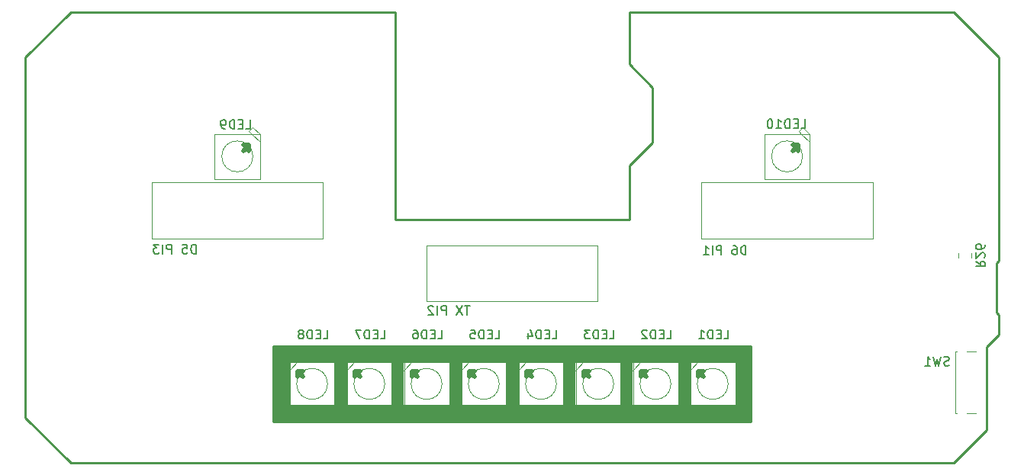
<source format=gbr>
%TF.GenerationSoftware,KiCad,Pcbnew,9.0.0*%
%TF.CreationDate,2025-08-29T01:04:51+01:00*%
%TF.ProjectId,FED3,46454433-2e6b-4696-9361-645f70636258,rev?*%
%TF.SameCoordinates,Original*%
%TF.FileFunction,Legend,Bot*%
%TF.FilePolarity,Positive*%
%FSLAX46Y46*%
G04 Gerber Fmt 4.6, Leading zero omitted, Abs format (unit mm)*
G04 Created by KiCad (PCBNEW 9.0.0) date 2025-08-29 01:04:51*
%MOMM*%
%LPD*%
G01*
G04 APERTURE LIST*
%ADD10C,0.508000*%
%ADD11C,0.200000*%
%ADD12C,0.100000*%
%TA.AperFunction,Profile*%
%ADD13C,0.250000*%
%TD*%
G04 APERTURE END LIST*
D10*
X156413600Y-119843600D02*
X157048600Y-120478600D01*
X137363600Y-119843600D02*
X137998600Y-120478600D01*
X169113600Y-119843600D02*
X169748600Y-119843600D01*
X162763600Y-119843600D02*
X163398600Y-120478600D01*
X169113600Y-119843600D02*
X169748600Y-120478600D01*
X162763600Y-119843600D02*
X163398600Y-119843600D01*
X124663600Y-119843600D02*
X125298600Y-120478600D01*
X119291500Y-94735700D02*
X119291500Y-95370700D01*
X180251500Y-94735700D02*
X179616500Y-95370700D01*
X156413600Y-119843600D02*
X156413600Y-120478600D01*
X143713600Y-119843600D02*
X144348600Y-120478600D01*
X131013600Y-119843600D02*
X131013600Y-120478600D01*
X137363600Y-119843600D02*
X137363600Y-120478600D01*
X150063600Y-119843600D02*
X150698600Y-120478600D01*
X180251500Y-94735700D02*
X180251500Y-95370700D01*
X131013600Y-119843600D02*
X131648600Y-120478600D01*
X169113600Y-119843600D02*
X169113600Y-120478600D01*
X119291500Y-94735700D02*
X118656500Y-95370700D01*
X137363600Y-119843600D02*
X137998600Y-119843600D01*
X143713600Y-119843600D02*
X144348600Y-119843600D01*
X156413600Y-119843600D02*
X157048600Y-119843600D01*
X162763600Y-119843600D02*
X162763600Y-120478600D01*
X150063600Y-119843600D02*
X150063600Y-120478600D01*
X124663600Y-119843600D02*
X124663600Y-120478600D01*
X119291500Y-94735700D02*
X118656500Y-94735700D01*
X150063600Y-119843600D02*
X150698600Y-119843600D01*
X131013600Y-119843600D02*
X131648600Y-119843600D01*
X143713600Y-119843600D02*
X143713600Y-120478600D01*
X124663600Y-119843600D02*
X125298600Y-119843600D01*
X180251500Y-94735700D02*
X179616500Y-94735700D01*
D11*
X174430326Y-106917219D02*
X174430326Y-105917219D01*
X174430326Y-105917219D02*
X174192231Y-105917219D01*
X174192231Y-105917219D02*
X174049374Y-105964838D01*
X174049374Y-105964838D02*
X173954136Y-106060076D01*
X173954136Y-106060076D02*
X173906517Y-106155314D01*
X173906517Y-106155314D02*
X173858898Y-106345790D01*
X173858898Y-106345790D02*
X173858898Y-106488647D01*
X173858898Y-106488647D02*
X173906517Y-106679123D01*
X173906517Y-106679123D02*
X173954136Y-106774361D01*
X173954136Y-106774361D02*
X174049374Y-106869600D01*
X174049374Y-106869600D02*
X174192231Y-106917219D01*
X174192231Y-106917219D02*
X174430326Y-106917219D01*
X173001755Y-105917219D02*
X173192231Y-105917219D01*
X173192231Y-105917219D02*
X173287469Y-105964838D01*
X173287469Y-105964838D02*
X173335088Y-106012457D01*
X173335088Y-106012457D02*
X173430326Y-106155314D01*
X173430326Y-106155314D02*
X173477945Y-106345790D01*
X173477945Y-106345790D02*
X173477945Y-106726742D01*
X173477945Y-106726742D02*
X173430326Y-106821980D01*
X173430326Y-106821980D02*
X173382707Y-106869600D01*
X173382707Y-106869600D02*
X173287469Y-106917219D01*
X173287469Y-106917219D02*
X173096993Y-106917219D01*
X173096993Y-106917219D02*
X173001755Y-106869600D01*
X173001755Y-106869600D02*
X172954136Y-106821980D01*
X172954136Y-106821980D02*
X172906517Y-106726742D01*
X172906517Y-106726742D02*
X172906517Y-106488647D01*
X172906517Y-106488647D02*
X172954136Y-106393409D01*
X172954136Y-106393409D02*
X173001755Y-106345790D01*
X173001755Y-106345790D02*
X173096993Y-106298171D01*
X173096993Y-106298171D02*
X173287469Y-106298171D01*
X173287469Y-106298171D02*
X173382707Y-106345790D01*
X173382707Y-106345790D02*
X173430326Y-106393409D01*
X173430326Y-106393409D02*
X173477945Y-106488647D01*
X171716040Y-106917219D02*
X171716040Y-105917219D01*
X171716040Y-105917219D02*
X171335088Y-105917219D01*
X171335088Y-105917219D02*
X171239850Y-105964838D01*
X171239850Y-105964838D02*
X171192231Y-106012457D01*
X171192231Y-106012457D02*
X171144612Y-106107695D01*
X171144612Y-106107695D02*
X171144612Y-106250552D01*
X171144612Y-106250552D02*
X171192231Y-106345790D01*
X171192231Y-106345790D02*
X171239850Y-106393409D01*
X171239850Y-106393409D02*
X171335088Y-106441028D01*
X171335088Y-106441028D02*
X171716040Y-106441028D01*
X170716040Y-106917219D02*
X170716040Y-105917219D01*
X169716041Y-106917219D02*
X170287469Y-106917219D01*
X170001755Y-106917219D02*
X170001755Y-105917219D01*
X170001755Y-105917219D02*
X170096993Y-106060076D01*
X170096993Y-106060076D02*
X170192231Y-106155314D01*
X170192231Y-106155314D02*
X170287469Y-106202933D01*
X143798183Y-112592219D02*
X143226755Y-112592219D01*
X143512469Y-113592219D02*
X143512469Y-112592219D01*
X142988659Y-112592219D02*
X142321993Y-113592219D01*
X142321993Y-112592219D02*
X142988659Y-113592219D01*
X141179135Y-113592219D02*
X141179135Y-112592219D01*
X141179135Y-112592219D02*
X140798183Y-112592219D01*
X140798183Y-112592219D02*
X140702945Y-112639838D01*
X140702945Y-112639838D02*
X140655326Y-112687457D01*
X140655326Y-112687457D02*
X140607707Y-112782695D01*
X140607707Y-112782695D02*
X140607707Y-112925552D01*
X140607707Y-112925552D02*
X140655326Y-113020790D01*
X140655326Y-113020790D02*
X140702945Y-113068409D01*
X140702945Y-113068409D02*
X140798183Y-113116028D01*
X140798183Y-113116028D02*
X141179135Y-113116028D01*
X140179135Y-113592219D02*
X140179135Y-112592219D01*
X139750564Y-112687457D02*
X139702945Y-112639838D01*
X139702945Y-112639838D02*
X139607707Y-112592219D01*
X139607707Y-112592219D02*
X139369612Y-112592219D01*
X139369612Y-112592219D02*
X139274374Y-112639838D01*
X139274374Y-112639838D02*
X139226755Y-112687457D01*
X139226755Y-112687457D02*
X139179136Y-112782695D01*
X139179136Y-112782695D02*
X139179136Y-112877933D01*
X139179136Y-112877933D02*
X139226755Y-113020790D01*
X139226755Y-113020790D02*
X139798183Y-113592219D01*
X139798183Y-113592219D02*
X139179136Y-113592219D01*
X113405326Y-106792219D02*
X113405326Y-105792219D01*
X113405326Y-105792219D02*
X113167231Y-105792219D01*
X113167231Y-105792219D02*
X113024374Y-105839838D01*
X113024374Y-105839838D02*
X112929136Y-105935076D01*
X112929136Y-105935076D02*
X112881517Y-106030314D01*
X112881517Y-106030314D02*
X112833898Y-106220790D01*
X112833898Y-106220790D02*
X112833898Y-106363647D01*
X112833898Y-106363647D02*
X112881517Y-106554123D01*
X112881517Y-106554123D02*
X112929136Y-106649361D01*
X112929136Y-106649361D02*
X113024374Y-106744600D01*
X113024374Y-106744600D02*
X113167231Y-106792219D01*
X113167231Y-106792219D02*
X113405326Y-106792219D01*
X111929136Y-105792219D02*
X112405326Y-105792219D01*
X112405326Y-105792219D02*
X112452945Y-106268409D01*
X112452945Y-106268409D02*
X112405326Y-106220790D01*
X112405326Y-106220790D02*
X112310088Y-106173171D01*
X112310088Y-106173171D02*
X112071993Y-106173171D01*
X112071993Y-106173171D02*
X111976755Y-106220790D01*
X111976755Y-106220790D02*
X111929136Y-106268409D01*
X111929136Y-106268409D02*
X111881517Y-106363647D01*
X111881517Y-106363647D02*
X111881517Y-106601742D01*
X111881517Y-106601742D02*
X111929136Y-106696980D01*
X111929136Y-106696980D02*
X111976755Y-106744600D01*
X111976755Y-106744600D02*
X112071993Y-106792219D01*
X112071993Y-106792219D02*
X112310088Y-106792219D01*
X112310088Y-106792219D02*
X112405326Y-106744600D01*
X112405326Y-106744600D02*
X112452945Y-106696980D01*
X110691040Y-106792219D02*
X110691040Y-105792219D01*
X110691040Y-105792219D02*
X110310088Y-105792219D01*
X110310088Y-105792219D02*
X110214850Y-105839838D01*
X110214850Y-105839838D02*
X110167231Y-105887457D01*
X110167231Y-105887457D02*
X110119612Y-105982695D01*
X110119612Y-105982695D02*
X110119612Y-106125552D01*
X110119612Y-106125552D02*
X110167231Y-106220790D01*
X110167231Y-106220790D02*
X110214850Y-106268409D01*
X110214850Y-106268409D02*
X110310088Y-106316028D01*
X110310088Y-106316028D02*
X110691040Y-106316028D01*
X109691040Y-106792219D02*
X109691040Y-105792219D01*
X109310088Y-105792219D02*
X108691041Y-105792219D01*
X108691041Y-105792219D02*
X109024374Y-106173171D01*
X109024374Y-106173171D02*
X108881517Y-106173171D01*
X108881517Y-106173171D02*
X108786279Y-106220790D01*
X108786279Y-106220790D02*
X108738660Y-106268409D01*
X108738660Y-106268409D02*
X108691041Y-106363647D01*
X108691041Y-106363647D02*
X108691041Y-106601742D01*
X108691041Y-106601742D02*
X108738660Y-106696980D01*
X108738660Y-106696980D02*
X108786279Y-106744600D01*
X108786279Y-106744600D02*
X108881517Y-106792219D01*
X108881517Y-106792219D02*
X109167231Y-106792219D01*
X109167231Y-106792219D02*
X109262469Y-106744600D01*
X109262469Y-106744600D02*
X109310088Y-106696980D01*
X196988720Y-119189600D02*
X196845863Y-119237219D01*
X196845863Y-119237219D02*
X196607768Y-119237219D01*
X196607768Y-119237219D02*
X196512530Y-119189600D01*
X196512530Y-119189600D02*
X196464911Y-119141980D01*
X196464911Y-119141980D02*
X196417292Y-119046742D01*
X196417292Y-119046742D02*
X196417292Y-118951504D01*
X196417292Y-118951504D02*
X196464911Y-118856266D01*
X196464911Y-118856266D02*
X196512530Y-118808647D01*
X196512530Y-118808647D02*
X196607768Y-118761028D01*
X196607768Y-118761028D02*
X196798244Y-118713409D01*
X196798244Y-118713409D02*
X196893482Y-118665790D01*
X196893482Y-118665790D02*
X196941101Y-118618171D01*
X196941101Y-118618171D02*
X196988720Y-118522933D01*
X196988720Y-118522933D02*
X196988720Y-118427695D01*
X196988720Y-118427695D02*
X196941101Y-118332457D01*
X196941101Y-118332457D02*
X196893482Y-118284838D01*
X196893482Y-118284838D02*
X196798244Y-118237219D01*
X196798244Y-118237219D02*
X196560149Y-118237219D01*
X196560149Y-118237219D02*
X196417292Y-118284838D01*
X196083958Y-118237219D02*
X195845863Y-119237219D01*
X195845863Y-119237219D02*
X195655387Y-118522933D01*
X195655387Y-118522933D02*
X195464911Y-119237219D01*
X195464911Y-119237219D02*
X195226816Y-118237219D01*
X194322054Y-119237219D02*
X194893482Y-119237219D01*
X194607768Y-119237219D02*
X194607768Y-118237219D01*
X194607768Y-118237219D02*
X194703006Y-118380076D01*
X194703006Y-118380076D02*
X194798244Y-118475314D01*
X194798244Y-118475314D02*
X194893482Y-118522933D01*
X199947780Y-107642857D02*
X200423971Y-107976190D01*
X199947780Y-108214285D02*
X200947780Y-108214285D01*
X200947780Y-108214285D02*
X200947780Y-107833333D01*
X200947780Y-107833333D02*
X200900161Y-107738095D01*
X200900161Y-107738095D02*
X200852542Y-107690476D01*
X200852542Y-107690476D02*
X200757304Y-107642857D01*
X200757304Y-107642857D02*
X200614447Y-107642857D01*
X200614447Y-107642857D02*
X200519209Y-107690476D01*
X200519209Y-107690476D02*
X200471590Y-107738095D01*
X200471590Y-107738095D02*
X200423971Y-107833333D01*
X200423971Y-107833333D02*
X200423971Y-108214285D01*
X200852542Y-107261904D02*
X200900161Y-107214285D01*
X200900161Y-107214285D02*
X200947780Y-107119047D01*
X200947780Y-107119047D02*
X200947780Y-106880952D01*
X200947780Y-106880952D02*
X200900161Y-106785714D01*
X200900161Y-106785714D02*
X200852542Y-106738095D01*
X200852542Y-106738095D02*
X200757304Y-106690476D01*
X200757304Y-106690476D02*
X200662066Y-106690476D01*
X200662066Y-106690476D02*
X200519209Y-106738095D01*
X200519209Y-106738095D02*
X199947780Y-107309523D01*
X199947780Y-107309523D02*
X199947780Y-106690476D01*
X200947780Y-105833333D02*
X200947780Y-106023809D01*
X200947780Y-106023809D02*
X200900161Y-106119047D01*
X200900161Y-106119047D02*
X200852542Y-106166666D01*
X200852542Y-106166666D02*
X200709685Y-106261904D01*
X200709685Y-106261904D02*
X200519209Y-106309523D01*
X200519209Y-106309523D02*
X200138257Y-106309523D01*
X200138257Y-106309523D02*
X200043019Y-106261904D01*
X200043019Y-106261904D02*
X199995400Y-106214285D01*
X199995400Y-106214285D02*
X199947780Y-106119047D01*
X199947780Y-106119047D02*
X199947780Y-105928571D01*
X199947780Y-105928571D02*
X199995400Y-105833333D01*
X199995400Y-105833333D02*
X200043019Y-105785714D01*
X200043019Y-105785714D02*
X200138257Y-105738095D01*
X200138257Y-105738095D02*
X200376352Y-105738095D01*
X200376352Y-105738095D02*
X200471590Y-105785714D01*
X200471590Y-105785714D02*
X200519209Y-105833333D01*
X200519209Y-105833333D02*
X200566828Y-105928571D01*
X200566828Y-105928571D02*
X200566828Y-106119047D01*
X200566828Y-106119047D02*
X200519209Y-106214285D01*
X200519209Y-106214285D02*
X200471590Y-106261904D01*
X200471590Y-106261904D02*
X200376352Y-106309523D01*
X180536340Y-92887219D02*
X181012530Y-92887219D01*
X181012530Y-92887219D02*
X181012530Y-91887219D01*
X180203006Y-92363409D02*
X179869673Y-92363409D01*
X179726816Y-92887219D02*
X180203006Y-92887219D01*
X180203006Y-92887219D02*
X180203006Y-91887219D01*
X180203006Y-91887219D02*
X179726816Y-91887219D01*
X179298244Y-92887219D02*
X179298244Y-91887219D01*
X179298244Y-91887219D02*
X179060149Y-91887219D01*
X179060149Y-91887219D02*
X178917292Y-91934838D01*
X178917292Y-91934838D02*
X178822054Y-92030076D01*
X178822054Y-92030076D02*
X178774435Y-92125314D01*
X178774435Y-92125314D02*
X178726816Y-92315790D01*
X178726816Y-92315790D02*
X178726816Y-92458647D01*
X178726816Y-92458647D02*
X178774435Y-92649123D01*
X178774435Y-92649123D02*
X178822054Y-92744361D01*
X178822054Y-92744361D02*
X178917292Y-92839600D01*
X178917292Y-92839600D02*
X179060149Y-92887219D01*
X179060149Y-92887219D02*
X179298244Y-92887219D01*
X177774435Y-92887219D02*
X178345863Y-92887219D01*
X178060149Y-92887219D02*
X178060149Y-91887219D01*
X178060149Y-91887219D02*
X178155387Y-92030076D01*
X178155387Y-92030076D02*
X178250625Y-92125314D01*
X178250625Y-92125314D02*
X178345863Y-92172933D01*
X177155387Y-91887219D02*
X177060149Y-91887219D01*
X177060149Y-91887219D02*
X176964911Y-91934838D01*
X176964911Y-91934838D02*
X176917292Y-91982457D01*
X176917292Y-91982457D02*
X176869673Y-92077695D01*
X176869673Y-92077695D02*
X176822054Y-92268171D01*
X176822054Y-92268171D02*
X176822054Y-92506266D01*
X176822054Y-92506266D02*
X176869673Y-92696742D01*
X176869673Y-92696742D02*
X176917292Y-92791980D01*
X176917292Y-92791980D02*
X176964911Y-92839600D01*
X176964911Y-92839600D02*
X177060149Y-92887219D01*
X177060149Y-92887219D02*
X177155387Y-92887219D01*
X177155387Y-92887219D02*
X177250625Y-92839600D01*
X177250625Y-92839600D02*
X177298244Y-92791980D01*
X177298244Y-92791980D02*
X177345863Y-92696742D01*
X177345863Y-92696742D02*
X177393482Y-92506266D01*
X177393482Y-92506266D02*
X177393482Y-92268171D01*
X177393482Y-92268171D02*
X177345863Y-92077695D01*
X177345863Y-92077695D02*
X177298244Y-91982457D01*
X177298244Y-91982457D02*
X177250625Y-91934838D01*
X177250625Y-91934838D02*
X177155387Y-91887219D01*
X152944359Y-116270719D02*
X153420549Y-116270719D01*
X153420549Y-116270719D02*
X153420549Y-115270719D01*
X152611025Y-115746909D02*
X152277692Y-115746909D01*
X152134835Y-116270719D02*
X152611025Y-116270719D01*
X152611025Y-116270719D02*
X152611025Y-115270719D01*
X152611025Y-115270719D02*
X152134835Y-115270719D01*
X151706263Y-116270719D02*
X151706263Y-115270719D01*
X151706263Y-115270719D02*
X151468168Y-115270719D01*
X151468168Y-115270719D02*
X151325311Y-115318338D01*
X151325311Y-115318338D02*
X151230073Y-115413576D01*
X151230073Y-115413576D02*
X151182454Y-115508814D01*
X151182454Y-115508814D02*
X151134835Y-115699290D01*
X151134835Y-115699290D02*
X151134835Y-115842147D01*
X151134835Y-115842147D02*
X151182454Y-116032623D01*
X151182454Y-116032623D02*
X151230073Y-116127861D01*
X151230073Y-116127861D02*
X151325311Y-116223100D01*
X151325311Y-116223100D02*
X151468168Y-116270719D01*
X151468168Y-116270719D02*
X151706263Y-116270719D01*
X150277692Y-115604052D02*
X150277692Y-116270719D01*
X150515787Y-115223100D02*
X150753882Y-115937385D01*
X150753882Y-115937385D02*
X150134835Y-115937385D01*
X118933959Y-92937219D02*
X119410149Y-92937219D01*
X119410149Y-92937219D02*
X119410149Y-91937219D01*
X118600625Y-92413409D02*
X118267292Y-92413409D01*
X118124435Y-92937219D02*
X118600625Y-92937219D01*
X118600625Y-92937219D02*
X118600625Y-91937219D01*
X118600625Y-91937219D02*
X118124435Y-91937219D01*
X117695863Y-92937219D02*
X117695863Y-91937219D01*
X117695863Y-91937219D02*
X117457768Y-91937219D01*
X117457768Y-91937219D02*
X117314911Y-91984838D01*
X117314911Y-91984838D02*
X117219673Y-92080076D01*
X117219673Y-92080076D02*
X117172054Y-92175314D01*
X117172054Y-92175314D02*
X117124435Y-92365790D01*
X117124435Y-92365790D02*
X117124435Y-92508647D01*
X117124435Y-92508647D02*
X117172054Y-92699123D01*
X117172054Y-92699123D02*
X117219673Y-92794361D01*
X117219673Y-92794361D02*
X117314911Y-92889600D01*
X117314911Y-92889600D02*
X117457768Y-92937219D01*
X117457768Y-92937219D02*
X117695863Y-92937219D01*
X116648244Y-92937219D02*
X116457768Y-92937219D01*
X116457768Y-92937219D02*
X116362530Y-92889600D01*
X116362530Y-92889600D02*
X116314911Y-92841980D01*
X116314911Y-92841980D02*
X116219673Y-92699123D01*
X116219673Y-92699123D02*
X116172054Y-92508647D01*
X116172054Y-92508647D02*
X116172054Y-92127695D01*
X116172054Y-92127695D02*
X116219673Y-92032457D01*
X116219673Y-92032457D02*
X116267292Y-91984838D01*
X116267292Y-91984838D02*
X116362530Y-91937219D01*
X116362530Y-91937219D02*
X116553006Y-91937219D01*
X116553006Y-91937219D02*
X116648244Y-91984838D01*
X116648244Y-91984838D02*
X116695863Y-92032457D01*
X116695863Y-92032457D02*
X116743482Y-92127695D01*
X116743482Y-92127695D02*
X116743482Y-92365790D01*
X116743482Y-92365790D02*
X116695863Y-92461028D01*
X116695863Y-92461028D02*
X116648244Y-92508647D01*
X116648244Y-92508647D02*
X116553006Y-92556266D01*
X116553006Y-92556266D02*
X116362530Y-92556266D01*
X116362530Y-92556266D02*
X116267292Y-92508647D01*
X116267292Y-92508647D02*
X116219673Y-92461028D01*
X116219673Y-92461028D02*
X116172054Y-92365790D01*
X127544359Y-116270719D02*
X128020549Y-116270719D01*
X128020549Y-116270719D02*
X128020549Y-115270719D01*
X127211025Y-115746909D02*
X126877692Y-115746909D01*
X126734835Y-116270719D02*
X127211025Y-116270719D01*
X127211025Y-116270719D02*
X127211025Y-115270719D01*
X127211025Y-115270719D02*
X126734835Y-115270719D01*
X126306263Y-116270719D02*
X126306263Y-115270719D01*
X126306263Y-115270719D02*
X126068168Y-115270719D01*
X126068168Y-115270719D02*
X125925311Y-115318338D01*
X125925311Y-115318338D02*
X125830073Y-115413576D01*
X125830073Y-115413576D02*
X125782454Y-115508814D01*
X125782454Y-115508814D02*
X125734835Y-115699290D01*
X125734835Y-115699290D02*
X125734835Y-115842147D01*
X125734835Y-115842147D02*
X125782454Y-116032623D01*
X125782454Y-116032623D02*
X125830073Y-116127861D01*
X125830073Y-116127861D02*
X125925311Y-116223100D01*
X125925311Y-116223100D02*
X126068168Y-116270719D01*
X126068168Y-116270719D02*
X126306263Y-116270719D01*
X125163406Y-115699290D02*
X125258644Y-115651671D01*
X125258644Y-115651671D02*
X125306263Y-115604052D01*
X125306263Y-115604052D02*
X125353882Y-115508814D01*
X125353882Y-115508814D02*
X125353882Y-115461195D01*
X125353882Y-115461195D02*
X125306263Y-115365957D01*
X125306263Y-115365957D02*
X125258644Y-115318338D01*
X125258644Y-115318338D02*
X125163406Y-115270719D01*
X125163406Y-115270719D02*
X124972930Y-115270719D01*
X124972930Y-115270719D02*
X124877692Y-115318338D01*
X124877692Y-115318338D02*
X124830073Y-115365957D01*
X124830073Y-115365957D02*
X124782454Y-115461195D01*
X124782454Y-115461195D02*
X124782454Y-115508814D01*
X124782454Y-115508814D02*
X124830073Y-115604052D01*
X124830073Y-115604052D02*
X124877692Y-115651671D01*
X124877692Y-115651671D02*
X124972930Y-115699290D01*
X124972930Y-115699290D02*
X125163406Y-115699290D01*
X125163406Y-115699290D02*
X125258644Y-115746909D01*
X125258644Y-115746909D02*
X125306263Y-115794528D01*
X125306263Y-115794528D02*
X125353882Y-115889766D01*
X125353882Y-115889766D02*
X125353882Y-116080242D01*
X125353882Y-116080242D02*
X125306263Y-116175480D01*
X125306263Y-116175480D02*
X125258644Y-116223100D01*
X125258644Y-116223100D02*
X125163406Y-116270719D01*
X125163406Y-116270719D02*
X124972930Y-116270719D01*
X124972930Y-116270719D02*
X124877692Y-116223100D01*
X124877692Y-116223100D02*
X124830073Y-116175480D01*
X124830073Y-116175480D02*
X124782454Y-116080242D01*
X124782454Y-116080242D02*
X124782454Y-115889766D01*
X124782454Y-115889766D02*
X124830073Y-115794528D01*
X124830073Y-115794528D02*
X124877692Y-115746909D01*
X124877692Y-115746909D02*
X124972930Y-115699290D01*
X159294359Y-116270719D02*
X159770549Y-116270719D01*
X159770549Y-116270719D02*
X159770549Y-115270719D01*
X158961025Y-115746909D02*
X158627692Y-115746909D01*
X158484835Y-116270719D02*
X158961025Y-116270719D01*
X158961025Y-116270719D02*
X158961025Y-115270719D01*
X158961025Y-115270719D02*
X158484835Y-115270719D01*
X158056263Y-116270719D02*
X158056263Y-115270719D01*
X158056263Y-115270719D02*
X157818168Y-115270719D01*
X157818168Y-115270719D02*
X157675311Y-115318338D01*
X157675311Y-115318338D02*
X157580073Y-115413576D01*
X157580073Y-115413576D02*
X157532454Y-115508814D01*
X157532454Y-115508814D02*
X157484835Y-115699290D01*
X157484835Y-115699290D02*
X157484835Y-115842147D01*
X157484835Y-115842147D02*
X157532454Y-116032623D01*
X157532454Y-116032623D02*
X157580073Y-116127861D01*
X157580073Y-116127861D02*
X157675311Y-116223100D01*
X157675311Y-116223100D02*
X157818168Y-116270719D01*
X157818168Y-116270719D02*
X158056263Y-116270719D01*
X157151501Y-115270719D02*
X156532454Y-115270719D01*
X156532454Y-115270719D02*
X156865787Y-115651671D01*
X156865787Y-115651671D02*
X156722930Y-115651671D01*
X156722930Y-115651671D02*
X156627692Y-115699290D01*
X156627692Y-115699290D02*
X156580073Y-115746909D01*
X156580073Y-115746909D02*
X156532454Y-115842147D01*
X156532454Y-115842147D02*
X156532454Y-116080242D01*
X156532454Y-116080242D02*
X156580073Y-116175480D01*
X156580073Y-116175480D02*
X156627692Y-116223100D01*
X156627692Y-116223100D02*
X156722930Y-116270719D01*
X156722930Y-116270719D02*
X157008644Y-116270719D01*
X157008644Y-116270719D02*
X157103882Y-116223100D01*
X157103882Y-116223100D02*
X157151501Y-116175480D01*
X171994359Y-116270719D02*
X172470549Y-116270719D01*
X172470549Y-116270719D02*
X172470549Y-115270719D01*
X171661025Y-115746909D02*
X171327692Y-115746909D01*
X171184835Y-116270719D02*
X171661025Y-116270719D01*
X171661025Y-116270719D02*
X171661025Y-115270719D01*
X171661025Y-115270719D02*
X171184835Y-115270719D01*
X170756263Y-116270719D02*
X170756263Y-115270719D01*
X170756263Y-115270719D02*
X170518168Y-115270719D01*
X170518168Y-115270719D02*
X170375311Y-115318338D01*
X170375311Y-115318338D02*
X170280073Y-115413576D01*
X170280073Y-115413576D02*
X170232454Y-115508814D01*
X170232454Y-115508814D02*
X170184835Y-115699290D01*
X170184835Y-115699290D02*
X170184835Y-115842147D01*
X170184835Y-115842147D02*
X170232454Y-116032623D01*
X170232454Y-116032623D02*
X170280073Y-116127861D01*
X170280073Y-116127861D02*
X170375311Y-116223100D01*
X170375311Y-116223100D02*
X170518168Y-116270719D01*
X170518168Y-116270719D02*
X170756263Y-116270719D01*
X169232454Y-116270719D02*
X169803882Y-116270719D01*
X169518168Y-116270719D02*
X169518168Y-115270719D01*
X169518168Y-115270719D02*
X169613406Y-115413576D01*
X169613406Y-115413576D02*
X169708644Y-115508814D01*
X169708644Y-115508814D02*
X169803882Y-115556433D01*
X165644359Y-116270719D02*
X166120549Y-116270719D01*
X166120549Y-116270719D02*
X166120549Y-115270719D01*
X165311025Y-115746909D02*
X164977692Y-115746909D01*
X164834835Y-116270719D02*
X165311025Y-116270719D01*
X165311025Y-116270719D02*
X165311025Y-115270719D01*
X165311025Y-115270719D02*
X164834835Y-115270719D01*
X164406263Y-116270719D02*
X164406263Y-115270719D01*
X164406263Y-115270719D02*
X164168168Y-115270719D01*
X164168168Y-115270719D02*
X164025311Y-115318338D01*
X164025311Y-115318338D02*
X163930073Y-115413576D01*
X163930073Y-115413576D02*
X163882454Y-115508814D01*
X163882454Y-115508814D02*
X163834835Y-115699290D01*
X163834835Y-115699290D02*
X163834835Y-115842147D01*
X163834835Y-115842147D02*
X163882454Y-116032623D01*
X163882454Y-116032623D02*
X163930073Y-116127861D01*
X163930073Y-116127861D02*
X164025311Y-116223100D01*
X164025311Y-116223100D02*
X164168168Y-116270719D01*
X164168168Y-116270719D02*
X164406263Y-116270719D01*
X163453882Y-115365957D02*
X163406263Y-115318338D01*
X163406263Y-115318338D02*
X163311025Y-115270719D01*
X163311025Y-115270719D02*
X163072930Y-115270719D01*
X163072930Y-115270719D02*
X162977692Y-115318338D01*
X162977692Y-115318338D02*
X162930073Y-115365957D01*
X162930073Y-115365957D02*
X162882454Y-115461195D01*
X162882454Y-115461195D02*
X162882454Y-115556433D01*
X162882454Y-115556433D02*
X162930073Y-115699290D01*
X162930073Y-115699290D02*
X163501501Y-116270719D01*
X163501501Y-116270719D02*
X162882454Y-116270719D01*
X140244359Y-116270719D02*
X140720549Y-116270719D01*
X140720549Y-116270719D02*
X140720549Y-115270719D01*
X139911025Y-115746909D02*
X139577692Y-115746909D01*
X139434835Y-116270719D02*
X139911025Y-116270719D01*
X139911025Y-116270719D02*
X139911025Y-115270719D01*
X139911025Y-115270719D02*
X139434835Y-115270719D01*
X139006263Y-116270719D02*
X139006263Y-115270719D01*
X139006263Y-115270719D02*
X138768168Y-115270719D01*
X138768168Y-115270719D02*
X138625311Y-115318338D01*
X138625311Y-115318338D02*
X138530073Y-115413576D01*
X138530073Y-115413576D02*
X138482454Y-115508814D01*
X138482454Y-115508814D02*
X138434835Y-115699290D01*
X138434835Y-115699290D02*
X138434835Y-115842147D01*
X138434835Y-115842147D02*
X138482454Y-116032623D01*
X138482454Y-116032623D02*
X138530073Y-116127861D01*
X138530073Y-116127861D02*
X138625311Y-116223100D01*
X138625311Y-116223100D02*
X138768168Y-116270719D01*
X138768168Y-116270719D02*
X139006263Y-116270719D01*
X137577692Y-115270719D02*
X137768168Y-115270719D01*
X137768168Y-115270719D02*
X137863406Y-115318338D01*
X137863406Y-115318338D02*
X137911025Y-115365957D01*
X137911025Y-115365957D02*
X138006263Y-115508814D01*
X138006263Y-115508814D02*
X138053882Y-115699290D01*
X138053882Y-115699290D02*
X138053882Y-116080242D01*
X138053882Y-116080242D02*
X138006263Y-116175480D01*
X138006263Y-116175480D02*
X137958644Y-116223100D01*
X137958644Y-116223100D02*
X137863406Y-116270719D01*
X137863406Y-116270719D02*
X137672930Y-116270719D01*
X137672930Y-116270719D02*
X137577692Y-116223100D01*
X137577692Y-116223100D02*
X137530073Y-116175480D01*
X137530073Y-116175480D02*
X137482454Y-116080242D01*
X137482454Y-116080242D02*
X137482454Y-115842147D01*
X137482454Y-115842147D02*
X137530073Y-115746909D01*
X137530073Y-115746909D02*
X137577692Y-115699290D01*
X137577692Y-115699290D02*
X137672930Y-115651671D01*
X137672930Y-115651671D02*
X137863406Y-115651671D01*
X137863406Y-115651671D02*
X137958644Y-115699290D01*
X137958644Y-115699290D02*
X138006263Y-115746909D01*
X138006263Y-115746909D02*
X138053882Y-115842147D01*
X133894359Y-116270719D02*
X134370549Y-116270719D01*
X134370549Y-116270719D02*
X134370549Y-115270719D01*
X133561025Y-115746909D02*
X133227692Y-115746909D01*
X133084835Y-116270719D02*
X133561025Y-116270719D01*
X133561025Y-116270719D02*
X133561025Y-115270719D01*
X133561025Y-115270719D02*
X133084835Y-115270719D01*
X132656263Y-116270719D02*
X132656263Y-115270719D01*
X132656263Y-115270719D02*
X132418168Y-115270719D01*
X132418168Y-115270719D02*
X132275311Y-115318338D01*
X132275311Y-115318338D02*
X132180073Y-115413576D01*
X132180073Y-115413576D02*
X132132454Y-115508814D01*
X132132454Y-115508814D02*
X132084835Y-115699290D01*
X132084835Y-115699290D02*
X132084835Y-115842147D01*
X132084835Y-115842147D02*
X132132454Y-116032623D01*
X132132454Y-116032623D02*
X132180073Y-116127861D01*
X132180073Y-116127861D02*
X132275311Y-116223100D01*
X132275311Y-116223100D02*
X132418168Y-116270719D01*
X132418168Y-116270719D02*
X132656263Y-116270719D01*
X131751501Y-115270719D02*
X131084835Y-115270719D01*
X131084835Y-115270719D02*
X131513406Y-116270719D01*
X146594359Y-116270719D02*
X147070549Y-116270719D01*
X147070549Y-116270719D02*
X147070549Y-115270719D01*
X146261025Y-115746909D02*
X145927692Y-115746909D01*
X145784835Y-116270719D02*
X146261025Y-116270719D01*
X146261025Y-116270719D02*
X146261025Y-115270719D01*
X146261025Y-115270719D02*
X145784835Y-115270719D01*
X145356263Y-116270719D02*
X145356263Y-115270719D01*
X145356263Y-115270719D02*
X145118168Y-115270719D01*
X145118168Y-115270719D02*
X144975311Y-115318338D01*
X144975311Y-115318338D02*
X144880073Y-115413576D01*
X144880073Y-115413576D02*
X144832454Y-115508814D01*
X144832454Y-115508814D02*
X144784835Y-115699290D01*
X144784835Y-115699290D02*
X144784835Y-115842147D01*
X144784835Y-115842147D02*
X144832454Y-116032623D01*
X144832454Y-116032623D02*
X144880073Y-116127861D01*
X144880073Y-116127861D02*
X144975311Y-116223100D01*
X144975311Y-116223100D02*
X145118168Y-116270719D01*
X145118168Y-116270719D02*
X145356263Y-116270719D01*
X143880073Y-115270719D02*
X144356263Y-115270719D01*
X144356263Y-115270719D02*
X144403882Y-115746909D01*
X144403882Y-115746909D02*
X144356263Y-115699290D01*
X144356263Y-115699290D02*
X144261025Y-115651671D01*
X144261025Y-115651671D02*
X144022930Y-115651671D01*
X144022930Y-115651671D02*
X143927692Y-115699290D01*
X143927692Y-115699290D02*
X143880073Y-115746909D01*
X143880073Y-115746909D02*
X143832454Y-115842147D01*
X143832454Y-115842147D02*
X143832454Y-116080242D01*
X143832454Y-116080242D02*
X143880073Y-116175480D01*
X143880073Y-116175480D02*
X143927692Y-116223100D01*
X143927692Y-116223100D02*
X144022930Y-116270719D01*
X144022930Y-116270719D02*
X144261025Y-116270719D01*
X144261025Y-116270719D02*
X144356263Y-116223100D01*
X144356263Y-116223100D02*
X144403882Y-116175480D01*
D12*
%TO.C,PI1*%
X188501100Y-105103600D02*
X188501100Y-98903600D01*
X188501100Y-98903600D02*
X188501100Y-98903600D01*
X188501100Y-98903600D02*
X169501100Y-98903600D01*
X169501100Y-105103600D02*
X188501100Y-105103600D01*
X169501100Y-98903600D02*
X169501100Y-105103600D01*
%TO.C,PI2*%
X158001100Y-112103600D02*
X158001100Y-105903600D01*
X158001100Y-105903600D02*
X158001100Y-105903600D01*
X158001100Y-105903600D02*
X139001100Y-105903600D01*
X139001100Y-112103600D02*
X158001100Y-112103600D01*
X139001100Y-105903600D02*
X139001100Y-112103600D01*
%TO.C,PI3*%
X127501100Y-105103600D02*
X127501100Y-98903600D01*
X127501100Y-98903600D02*
X127501100Y-98903600D01*
X127501100Y-98903600D02*
X108501100Y-98903600D01*
X108501100Y-105103600D02*
X127501100Y-105103600D01*
X108501100Y-98903600D02*
X108501100Y-105103600D01*
%TO.C,SW1*%
X201150000Y-124500000D02*
X201150000Y-117650000D01*
X201150000Y-117650000D02*
X201100000Y-117650000D01*
X201100000Y-124500000D02*
X201150000Y-124500000D01*
X200000000Y-117650000D02*
X198900000Y-117650000D01*
X198900000Y-124500000D02*
X200000000Y-124500000D01*
X197800000Y-117650000D02*
X197700000Y-117650000D01*
X197700000Y-124500000D02*
X197800000Y-124500000D01*
X197700000Y-117650000D02*
X197700000Y-124500000D01*
%TO.C,R26*%
X199485000Y-107227064D02*
X199485000Y-106772936D01*
X198015000Y-107227064D02*
X198015000Y-106772936D01*
%TO.C,LED10*%
X176501100Y-93500400D02*
X176501100Y-98500400D01*
X176501100Y-98500400D02*
X181501100Y-98500400D01*
X180301100Y-93200400D02*
X180701100Y-92800400D01*
X180601100Y-93500400D02*
X176501100Y-93500400D01*
X180601100Y-93500400D02*
X180301100Y-93200400D01*
X180701100Y-92800400D02*
X181501100Y-93500400D01*
X181501100Y-93500400D02*
X180601100Y-93500400D01*
X181501100Y-94400400D02*
X180601100Y-93500400D01*
X181501100Y-94400400D02*
X181501100Y-93500400D01*
X181501100Y-98500400D02*
X181501100Y-94400400D01*
X180721562Y-96000400D02*
G75*
G02*
X177280638Y-96000400I-1720462J0D01*
G01*
X177280638Y-96000400D02*
G75*
G02*
X180721562Y-96000400I1720462J0D01*
G01*
%TO.C,LED4*%
X148501900Y-119566000D02*
X149201900Y-118766000D01*
X148901900Y-119966000D02*
X148501900Y-119566000D01*
X149201900Y-118766000D02*
X149201900Y-119666000D01*
X149201900Y-119666000D02*
X148901900Y-119966000D01*
X149201900Y-119666000D02*
X149201900Y-123766000D01*
X149201900Y-123766000D02*
X154201900Y-123766000D01*
X150101900Y-118766000D02*
X149201900Y-118766000D01*
X150101900Y-118766000D02*
X149201900Y-119666000D01*
X154201900Y-118766000D02*
X150101900Y-118766000D01*
X154201900Y-123766000D02*
X154201900Y-118766000D01*
X153422362Y-121266000D02*
G75*
G02*
X149981438Y-121266000I-1720462J0D01*
G01*
X149981438Y-121266000D02*
G75*
G02*
X153422362Y-121266000I1720462J0D01*
G01*
%TO.C,LED9*%
X115501100Y-93500400D02*
X115501100Y-98500400D01*
X115501100Y-98500400D02*
X120501100Y-98500400D01*
X119301100Y-93200400D02*
X119701100Y-92800400D01*
X119601100Y-93500400D02*
X115501100Y-93500400D01*
X119601100Y-93500400D02*
X119301100Y-93200400D01*
X119701100Y-92800400D02*
X120501100Y-93500400D01*
X120501100Y-93500400D02*
X119601100Y-93500400D01*
X120501100Y-94400400D02*
X119601100Y-93500400D01*
X120501100Y-94400400D02*
X120501100Y-93500400D01*
X120501100Y-98500400D02*
X120501100Y-94400400D01*
X119721562Y-96000400D02*
G75*
G02*
X116280638Y-96000400I-1720462J0D01*
G01*
X116280638Y-96000400D02*
G75*
G02*
X119721562Y-96000400I1720462J0D01*
G01*
%TO.C,LED8*%
X123101900Y-119566000D02*
X123801900Y-118766000D01*
X123501900Y-119966000D02*
X123101900Y-119566000D01*
X123801900Y-118766000D02*
X123801900Y-119666000D01*
X123801900Y-119666000D02*
X123501900Y-119966000D01*
X123801900Y-119666000D02*
X123801900Y-123766000D01*
X123801900Y-123766000D02*
X128801900Y-123766000D01*
X124701900Y-118766000D02*
X123801900Y-118766000D01*
X124701900Y-118766000D02*
X123801900Y-119666000D01*
X128801900Y-118766000D02*
X124701900Y-118766000D01*
X128801900Y-123766000D02*
X128801900Y-118766000D01*
X128022362Y-121266000D02*
G75*
G02*
X124581438Y-121266000I-1720462J0D01*
G01*
X124581438Y-121266000D02*
G75*
G02*
X128022362Y-121266000I1720462J0D01*
G01*
%TO.C,LED3*%
X154851900Y-119566000D02*
X155551900Y-118766000D01*
X155251900Y-119966000D02*
X154851900Y-119566000D01*
X155551900Y-118766000D02*
X155551900Y-119666000D01*
X155551900Y-119666000D02*
X155251900Y-119966000D01*
X155551900Y-119666000D02*
X155551900Y-123766000D01*
X155551900Y-123766000D02*
X160551900Y-123766000D01*
X156451900Y-118766000D02*
X155551900Y-118766000D01*
X156451900Y-118766000D02*
X155551900Y-119666000D01*
X160551900Y-118766000D02*
X156451900Y-118766000D01*
X160551900Y-123766000D02*
X160551900Y-118766000D01*
X159772362Y-121266000D02*
G75*
G02*
X156331438Y-121266000I-1720462J0D01*
G01*
X156331438Y-121266000D02*
G75*
G02*
X159772362Y-121266000I1720462J0D01*
G01*
%TO.C,LED1*%
X167551900Y-119566000D02*
X168251900Y-118766000D01*
X167951900Y-119966000D02*
X167551900Y-119566000D01*
X168251900Y-118766000D02*
X168251900Y-119666000D01*
X168251900Y-119666000D02*
X167951900Y-119966000D01*
X168251900Y-119666000D02*
X168251900Y-123766000D01*
X168251900Y-123766000D02*
X173251900Y-123766000D01*
X169151900Y-118766000D02*
X168251900Y-118766000D01*
X169151900Y-118766000D02*
X168251900Y-119666000D01*
X173251900Y-118766000D02*
X169151900Y-118766000D01*
X173251900Y-123766000D02*
X173251900Y-118766000D01*
X172472362Y-121266000D02*
G75*
G02*
X169031438Y-121266000I-1720462J0D01*
G01*
X169031438Y-121266000D02*
G75*
G02*
X172472362Y-121266000I1720462J0D01*
G01*
%TO.C,LED2*%
X161201900Y-119566000D02*
X161901900Y-118766000D01*
X161601900Y-119966000D02*
X161201900Y-119566000D01*
X161901900Y-118766000D02*
X161901900Y-119666000D01*
X161901900Y-119666000D02*
X161601900Y-119966000D01*
X161901900Y-119666000D02*
X161901900Y-123766000D01*
X161901900Y-123766000D02*
X166901900Y-123766000D01*
X162801900Y-118766000D02*
X161901900Y-118766000D01*
X162801900Y-118766000D02*
X161901900Y-119666000D01*
X166901900Y-118766000D02*
X162801900Y-118766000D01*
X166901900Y-123766000D02*
X166901900Y-118766000D01*
X166122362Y-121266000D02*
G75*
G02*
X162681438Y-121266000I-1720462J0D01*
G01*
X162681438Y-121266000D02*
G75*
G02*
X166122362Y-121266000I1720462J0D01*
G01*
%TO.C,LED6*%
X135801900Y-119566000D02*
X136501900Y-118766000D01*
X136201900Y-119966000D02*
X135801900Y-119566000D01*
X136501900Y-118766000D02*
X136501900Y-119666000D01*
X136501900Y-119666000D02*
X136201900Y-119966000D01*
X136501900Y-119666000D02*
X136501900Y-123766000D01*
X136501900Y-123766000D02*
X141501900Y-123766000D01*
X137401900Y-118766000D02*
X136501900Y-118766000D01*
X137401900Y-118766000D02*
X136501900Y-119666000D01*
X141501900Y-118766000D02*
X137401900Y-118766000D01*
X141501900Y-123766000D02*
X141501900Y-118766000D01*
X140722362Y-121266000D02*
G75*
G02*
X137281438Y-121266000I-1720462J0D01*
G01*
X137281438Y-121266000D02*
G75*
G02*
X140722362Y-121266000I1720462J0D01*
G01*
%TO.C,LED7*%
X129451900Y-119566000D02*
X130151900Y-118766000D01*
X129851900Y-119966000D02*
X129451900Y-119566000D01*
X130151900Y-118766000D02*
X130151900Y-119666000D01*
X130151900Y-119666000D02*
X129851900Y-119966000D01*
X130151900Y-119666000D02*
X130151900Y-123766000D01*
X130151900Y-123766000D02*
X135151900Y-123766000D01*
X131051900Y-118766000D02*
X130151900Y-118766000D01*
X131051900Y-118766000D02*
X130151900Y-119666000D01*
X135151900Y-118766000D02*
X131051900Y-118766000D01*
X135151900Y-123766000D02*
X135151900Y-118766000D01*
X134372362Y-121266000D02*
G75*
G02*
X130931438Y-121266000I-1720462J0D01*
G01*
X130931438Y-121266000D02*
G75*
G02*
X134372362Y-121266000I1720462J0D01*
G01*
%TO.C,LED5*%
X142151900Y-119566000D02*
X142851900Y-118766000D01*
X142551900Y-119966000D02*
X142151900Y-119566000D01*
X142851900Y-118766000D02*
X142851900Y-119666000D01*
X142851900Y-119666000D02*
X142551900Y-119966000D01*
X142851900Y-119666000D02*
X142851900Y-123766000D01*
X142851900Y-123766000D02*
X147851900Y-123766000D01*
X143751900Y-118766000D02*
X142851900Y-118766000D01*
X143751900Y-118766000D02*
X142851900Y-119666000D01*
X147851900Y-118766000D02*
X143751900Y-118766000D01*
X147851900Y-123766000D02*
X147851900Y-118766000D01*
X147072362Y-121266000D02*
G75*
G02*
X143631438Y-121266000I-1720462J0D01*
G01*
X143631438Y-121266000D02*
G75*
G02*
X147072362Y-121266000I1720462J0D01*
G01*
%TD*%
G36*
X130344939Y-117005785D02*
G01*
X130390694Y-117058589D01*
X130401900Y-117110100D01*
X130401900Y-118846300D01*
X130382215Y-118913339D01*
X130329411Y-118959094D01*
X130277900Y-118970300D01*
X130151900Y-118970300D01*
X130151900Y-123608400D01*
X130277900Y-123608400D01*
X130344939Y-123628085D01*
X130390694Y-123680889D01*
X130401900Y-123732400D01*
X130401900Y-125468600D01*
X130382215Y-125535639D01*
X130329411Y-125581394D01*
X130277900Y-125592600D01*
X128641700Y-125592600D01*
X128574661Y-125572915D01*
X128528906Y-125520111D01*
X128517700Y-125468600D01*
X128517700Y-123732400D01*
X128537385Y-123665361D01*
X128590189Y-123619606D01*
X128641700Y-123608400D01*
X128767700Y-123608400D01*
X128767700Y-118970300D01*
X128641700Y-118970300D01*
X128574661Y-118950615D01*
X128528906Y-118897811D01*
X128517700Y-118846300D01*
X128517700Y-117110100D01*
X128537385Y-117043061D01*
X128590189Y-116997306D01*
X128641700Y-116986100D01*
X130277900Y-116986100D01*
X130344939Y-117005785D01*
G37*
G36*
X149394939Y-117005785D02*
G01*
X149440694Y-117058589D01*
X149451900Y-117110100D01*
X149451900Y-118846300D01*
X149432215Y-118913339D01*
X149379411Y-118959094D01*
X149327900Y-118970300D01*
X149201900Y-118970300D01*
X149201900Y-123608400D01*
X149327900Y-123608400D01*
X149394939Y-123628085D01*
X149440694Y-123680889D01*
X149451900Y-123732400D01*
X149451900Y-125468600D01*
X149432215Y-125535639D01*
X149379411Y-125581394D01*
X149327900Y-125592600D01*
X147691700Y-125592600D01*
X147624661Y-125572915D01*
X147578906Y-125520111D01*
X147567700Y-125468600D01*
X147567700Y-123732400D01*
X147587385Y-123665361D01*
X147640189Y-123619606D01*
X147691700Y-123608400D01*
X147817700Y-123608400D01*
X147817700Y-118970300D01*
X147691700Y-118970300D01*
X147624661Y-118950615D01*
X147578906Y-118897811D01*
X147567700Y-118846300D01*
X147567700Y-117110100D01*
X147587385Y-117043061D01*
X147640189Y-116997306D01*
X147691700Y-116986100D01*
X149327900Y-116986100D01*
X149394939Y-117005785D01*
G37*
G36*
X143093039Y-117005785D02*
G01*
X143138794Y-117058589D01*
X143150000Y-117110100D01*
X143150000Y-118846300D01*
X143130315Y-118913339D01*
X143077511Y-118959094D01*
X143026000Y-118970300D01*
X142900000Y-118970300D01*
X142900000Y-123608400D01*
X143026000Y-123608400D01*
X143093039Y-123628085D01*
X143138794Y-123680889D01*
X143150000Y-123732400D01*
X143150000Y-125468600D01*
X143130315Y-125535639D01*
X143077511Y-125581394D01*
X143026000Y-125592600D01*
X141389800Y-125592600D01*
X141322761Y-125572915D01*
X141277006Y-125520111D01*
X141265800Y-125468600D01*
X141265800Y-123732400D01*
X141285485Y-123665361D01*
X141338289Y-123619606D01*
X141389800Y-123608400D01*
X141515800Y-123608400D01*
X141515800Y-118970300D01*
X141389800Y-118970300D01*
X141322761Y-118950615D01*
X141277006Y-118897811D01*
X141265800Y-118846300D01*
X141265800Y-117110100D01*
X141285485Y-117043061D01*
X141338289Y-116997306D01*
X141389800Y-116986100D01*
X143026000Y-116986100D01*
X143093039Y-117005785D01*
G37*
G36*
X136693039Y-117005785D02*
G01*
X136738794Y-117058589D01*
X136750000Y-117110100D01*
X136750000Y-118846300D01*
X136730315Y-118913339D01*
X136677511Y-118959094D01*
X136626000Y-118970300D01*
X136500000Y-118970300D01*
X136500000Y-123608400D01*
X136626000Y-123608400D01*
X136693039Y-123628085D01*
X136738794Y-123680889D01*
X136750000Y-123732400D01*
X136750000Y-125468600D01*
X136730315Y-125535639D01*
X136677511Y-125581394D01*
X136626000Y-125592600D01*
X134989800Y-125592600D01*
X134922761Y-125572915D01*
X134877006Y-125520111D01*
X134865800Y-125468600D01*
X134865800Y-123732400D01*
X134885485Y-123665361D01*
X134938289Y-123619606D01*
X134989800Y-123608400D01*
X135115800Y-123608400D01*
X135115800Y-118970300D01*
X134989800Y-118970300D01*
X134922761Y-118950615D01*
X134877006Y-118897811D01*
X134865800Y-118846300D01*
X134865800Y-117110100D01*
X134885485Y-117043061D01*
X134938289Y-116997306D01*
X134989800Y-116986100D01*
X136626000Y-116986100D01*
X136693039Y-117005785D01*
G37*
G36*
X175089139Y-116985685D02*
G01*
X175134894Y-117038489D01*
X175146100Y-117090000D01*
X175146100Y-119096300D01*
X175126415Y-119163339D01*
X175073611Y-119209094D01*
X175022100Y-119220300D01*
X173391600Y-119220300D01*
X173324561Y-119200615D01*
X173278806Y-119147811D01*
X173267600Y-119096300D01*
X173267600Y-118970300D01*
X168280400Y-118970300D01*
X168280400Y-119096300D01*
X168260715Y-119163339D01*
X168207911Y-119209094D01*
X168156400Y-119220300D01*
X167020200Y-119220300D01*
X166953161Y-119200615D01*
X166907406Y-119147811D01*
X166896200Y-119096300D01*
X166896200Y-118970300D01*
X161892100Y-118970300D01*
X161892100Y-119096300D01*
X161872415Y-119163339D01*
X161819611Y-119209094D01*
X161768100Y-119220300D01*
X160631900Y-119220300D01*
X160564861Y-119200615D01*
X160519106Y-119147811D01*
X160507900Y-119096300D01*
X160507900Y-118970300D01*
X155500000Y-118970300D01*
X155500000Y-119096300D01*
X155480315Y-119163339D01*
X155427511Y-119209094D01*
X155376000Y-119220300D01*
X154239800Y-119220300D01*
X154172761Y-119200615D01*
X154127006Y-119147811D01*
X154115800Y-119096300D01*
X154115800Y-118970300D01*
X149201900Y-118970300D01*
X149201900Y-119096300D01*
X149182215Y-119163339D01*
X149129411Y-119209094D01*
X149077900Y-119220300D01*
X147941700Y-119220300D01*
X147874661Y-119200615D01*
X147828906Y-119147811D01*
X147817700Y-119096300D01*
X147817700Y-118970300D01*
X142900000Y-118970300D01*
X142900000Y-119096300D01*
X142880315Y-119163339D01*
X142827511Y-119209094D01*
X142776000Y-119220300D01*
X141639800Y-119220300D01*
X141572761Y-119200615D01*
X141527006Y-119147811D01*
X141515800Y-119096300D01*
X141515800Y-118970300D01*
X136500000Y-118970300D01*
X136500000Y-119096300D01*
X136480315Y-119163339D01*
X136427511Y-119209094D01*
X136376000Y-119220300D01*
X135239800Y-119220300D01*
X135172761Y-119200615D01*
X135127006Y-119147811D01*
X135115800Y-119096300D01*
X135115800Y-118970300D01*
X130151900Y-118970300D01*
X130151900Y-119096300D01*
X130132215Y-119163339D01*
X130079411Y-119209094D01*
X130027900Y-119220300D01*
X128891700Y-119220300D01*
X128824661Y-119200615D01*
X128778906Y-119147811D01*
X128767700Y-119096300D01*
X128767700Y-118970300D01*
X123901900Y-118970300D01*
X123901900Y-119096300D01*
X123882215Y-119163339D01*
X123829411Y-119209094D01*
X123777900Y-119220300D01*
X122041700Y-119220300D01*
X121974661Y-119200615D01*
X121928906Y-119147811D01*
X121917700Y-119096300D01*
X121917700Y-117110100D01*
X121937385Y-117043061D01*
X121990189Y-116997306D01*
X122041700Y-116986100D01*
X166912760Y-116986100D01*
X166937604Y-116972534D01*
X166963962Y-116969700D01*
X168212638Y-116969700D01*
X168268490Y-116986100D01*
X173281084Y-116986100D01*
X173312704Y-116968834D01*
X173339062Y-116966000D01*
X175022100Y-116966000D01*
X175089139Y-116985685D01*
G37*
G36*
X162085139Y-117005785D02*
G01*
X162130894Y-117058589D01*
X162142100Y-117110100D01*
X162142100Y-118846300D01*
X162122415Y-118913339D01*
X162069611Y-118959094D01*
X162018100Y-118970300D01*
X161892100Y-118970300D01*
X161892100Y-123608400D01*
X162018100Y-123608400D01*
X162085139Y-123628085D01*
X162130894Y-123680889D01*
X162142100Y-123732400D01*
X162142100Y-125468600D01*
X162122415Y-125535639D01*
X162069611Y-125581394D01*
X162018100Y-125592600D01*
X160381900Y-125592600D01*
X160314861Y-125572915D01*
X160269106Y-125520111D01*
X160257900Y-125468600D01*
X160257900Y-123732400D01*
X160277585Y-123665361D01*
X160330389Y-123619606D01*
X160381900Y-123608400D01*
X160507900Y-123608400D01*
X160507900Y-118970300D01*
X160381900Y-118970300D01*
X160314861Y-118950615D01*
X160269106Y-118897811D01*
X160257900Y-118846300D01*
X160257900Y-117110100D01*
X160277585Y-117043061D01*
X160330389Y-116997306D01*
X160381900Y-116986100D01*
X162018100Y-116986100D01*
X162085139Y-117005785D01*
G37*
G36*
X124094939Y-117005785D02*
G01*
X124140694Y-117058589D01*
X124151900Y-117110100D01*
X124151900Y-118846300D01*
X124132215Y-118913339D01*
X124079411Y-118959094D01*
X124027900Y-118970300D01*
X123901900Y-118970300D01*
X123901900Y-123608400D01*
X124027900Y-123608400D01*
X124094939Y-123628085D01*
X124140694Y-123680889D01*
X124151900Y-123732400D01*
X124151900Y-125468600D01*
X124132215Y-125535639D01*
X124079411Y-125581394D01*
X124027900Y-125592600D01*
X122041700Y-125592600D01*
X121974661Y-125572915D01*
X121928906Y-125520111D01*
X121917700Y-125468600D01*
X121917700Y-117110100D01*
X121937385Y-117043061D01*
X121990189Y-116997306D01*
X122041700Y-116986100D01*
X124027900Y-116986100D01*
X124094939Y-117005785D01*
G37*
G36*
X155693039Y-117005785D02*
G01*
X155738794Y-117058589D01*
X155750000Y-117110100D01*
X155750000Y-118846300D01*
X155730315Y-118913339D01*
X155677511Y-118959094D01*
X155626000Y-118970300D01*
X155500000Y-118970300D01*
X155500000Y-123608400D01*
X155626000Y-123608400D01*
X155693039Y-123628085D01*
X155738794Y-123680889D01*
X155750000Y-123732400D01*
X155750000Y-125468600D01*
X155730315Y-125535639D01*
X155677511Y-125581394D01*
X155626000Y-125592600D01*
X153989800Y-125592600D01*
X153922761Y-125572915D01*
X153877006Y-125520111D01*
X153865800Y-125468600D01*
X153865800Y-123732400D01*
X153885485Y-123665361D01*
X153938289Y-123619606D01*
X153989800Y-123608400D01*
X154115800Y-123608400D01*
X154115800Y-118970300D01*
X153989800Y-118970300D01*
X153922761Y-118950615D01*
X153877006Y-118897811D01*
X153865800Y-118846300D01*
X153865800Y-117110100D01*
X153885485Y-117043061D01*
X153938289Y-116997306D01*
X153989800Y-116986100D01*
X155626000Y-116986100D01*
X155693039Y-117005785D01*
G37*
G36*
X175089139Y-116985685D02*
G01*
X175134894Y-117038489D01*
X175146100Y-117090000D01*
X175146100Y-125468600D01*
X175126415Y-125535639D01*
X175073611Y-125581394D01*
X175022100Y-125592600D01*
X173141600Y-125592600D01*
X173074561Y-125572915D01*
X173028806Y-125520111D01*
X173017600Y-125468600D01*
X173017600Y-123732400D01*
X173037285Y-123665361D01*
X173090089Y-123619606D01*
X173141600Y-123608400D01*
X173267600Y-123608400D01*
X173267600Y-118970300D01*
X173141600Y-118970300D01*
X173074561Y-118950615D01*
X173028806Y-118897811D01*
X173017600Y-118846300D01*
X173017600Y-117110100D01*
X173037285Y-117043061D01*
X173090089Y-116997306D01*
X173141600Y-116986100D01*
X173281084Y-116986100D01*
X173312704Y-116968834D01*
X173339062Y-116966000D01*
X175022100Y-116966000D01*
X175089139Y-116985685D01*
G37*
G36*
X168268490Y-116986100D02*
G01*
X168406400Y-116986100D01*
X168473439Y-117005785D01*
X168519194Y-117058589D01*
X168530400Y-117110100D01*
X168530400Y-118846300D01*
X168510715Y-118913339D01*
X168457911Y-118959094D01*
X168406400Y-118970300D01*
X168280400Y-118970300D01*
X168280400Y-123608400D01*
X168406400Y-123608400D01*
X168473439Y-123628085D01*
X168519194Y-123680889D01*
X168530400Y-123732400D01*
X168530400Y-125468600D01*
X168510715Y-125535639D01*
X168457911Y-125581394D01*
X168406400Y-125592600D01*
X166770200Y-125592600D01*
X166703161Y-125572915D01*
X166657406Y-125520111D01*
X166646200Y-125468600D01*
X166646200Y-123732400D01*
X166665885Y-123665361D01*
X166718689Y-123619606D01*
X166770200Y-123608400D01*
X166896200Y-123608400D01*
X166896200Y-118970300D01*
X166770200Y-118970300D01*
X166703161Y-118950615D01*
X166657406Y-118897811D01*
X166646200Y-118846300D01*
X166646200Y-117110100D01*
X166665885Y-117043061D01*
X166718689Y-116997306D01*
X166770200Y-116986100D01*
X166912760Y-116986100D01*
X166937604Y-116972534D01*
X166963962Y-116969700D01*
X168212638Y-116969700D01*
X168268490Y-116986100D01*
G37*
G36*
X123844939Y-123378085D02*
G01*
X123890694Y-123430889D01*
X123901900Y-123482400D01*
X123901900Y-123608400D01*
X128767700Y-123608400D01*
X128767700Y-123482400D01*
X128787385Y-123415361D01*
X128840189Y-123369606D01*
X128891700Y-123358400D01*
X130027900Y-123358400D01*
X130094939Y-123378085D01*
X130140694Y-123430889D01*
X130151900Y-123482400D01*
X130151900Y-123608400D01*
X135115800Y-123608400D01*
X135115800Y-123482400D01*
X135135485Y-123415361D01*
X135188289Y-123369606D01*
X135239800Y-123358400D01*
X136376000Y-123358400D01*
X136443039Y-123378085D01*
X136488794Y-123430889D01*
X136500000Y-123482400D01*
X136500000Y-123608400D01*
X141515800Y-123608400D01*
X141515800Y-123482400D01*
X141535485Y-123415361D01*
X141588289Y-123369606D01*
X141639800Y-123358400D01*
X142776000Y-123358400D01*
X142843039Y-123378085D01*
X142888794Y-123430889D01*
X142900000Y-123482400D01*
X142900000Y-123608400D01*
X147817700Y-123608400D01*
X147817700Y-123482400D01*
X147837385Y-123415361D01*
X147890189Y-123369606D01*
X147941700Y-123358400D01*
X149077900Y-123358400D01*
X149144939Y-123378085D01*
X149190694Y-123430889D01*
X149201900Y-123482400D01*
X149201900Y-123608400D01*
X154115800Y-123608400D01*
X154115800Y-123482400D01*
X154135485Y-123415361D01*
X154188289Y-123369606D01*
X154239800Y-123358400D01*
X155376000Y-123358400D01*
X155443039Y-123378085D01*
X155488794Y-123430889D01*
X155500000Y-123482400D01*
X155500000Y-123608400D01*
X160507900Y-123608400D01*
X160507900Y-123482400D01*
X160527585Y-123415361D01*
X160580389Y-123369606D01*
X160631900Y-123358400D01*
X161768100Y-123358400D01*
X161835139Y-123378085D01*
X161880894Y-123430889D01*
X161892100Y-123482400D01*
X161892100Y-123608400D01*
X166896200Y-123608400D01*
X166896200Y-123482400D01*
X166915885Y-123415361D01*
X166968689Y-123369606D01*
X167020200Y-123358400D01*
X168156400Y-123358400D01*
X168223439Y-123378085D01*
X168269194Y-123430889D01*
X168280400Y-123482400D01*
X168280400Y-123608400D01*
X173267600Y-123608400D01*
X173267600Y-123482400D01*
X173287285Y-123415361D01*
X173340089Y-123369606D01*
X173391600Y-123358400D01*
X175022100Y-123358400D01*
X175089139Y-123378085D01*
X175134894Y-123430889D01*
X175146100Y-123482400D01*
X175146100Y-125468600D01*
X175126415Y-125535639D01*
X175073611Y-125581394D01*
X175022100Y-125592600D01*
X122041700Y-125592600D01*
X121974661Y-125572915D01*
X121928906Y-125520111D01*
X121917700Y-125468600D01*
X121917700Y-123482400D01*
X121937385Y-123415361D01*
X121990189Y-123369606D01*
X122041700Y-123358400D01*
X123777900Y-123358400D01*
X123844939Y-123378085D01*
G37*
D13*
X201101100Y-126403600D02*
X201101100Y-117203600D01*
X161501100Y-103003600D02*
X135501100Y-103003600D01*
X161501100Y-80003600D02*
X161501100Y-85751600D01*
X161501100Y-85751600D02*
X164097100Y-88347600D01*
X99501100Y-80003600D02*
X94501100Y-85003600D01*
X202221100Y-107883600D02*
X202501100Y-107603600D01*
X202501100Y-85003600D02*
X197501100Y-80003600D01*
X202221100Y-113323600D02*
X202221100Y-107883600D01*
X202501100Y-107603600D02*
X202501100Y-85003600D01*
X161501100Y-96983600D02*
X161501100Y-103003600D01*
X202501100Y-113603600D02*
X202221100Y-113323600D01*
X135501100Y-103003600D02*
X135501100Y-80003600D01*
X94501100Y-125003600D02*
X99501100Y-130003600D01*
X164097100Y-88347600D02*
X164097100Y-94443600D01*
X197501100Y-130003600D02*
X201101100Y-126403600D01*
X197501100Y-80003600D02*
X161501100Y-80003600D01*
X202501100Y-115803600D02*
X202501100Y-113603600D01*
X94501100Y-85003600D02*
X94501100Y-125003600D01*
X99501100Y-130003600D02*
X197501100Y-130003600D01*
X164097100Y-94443600D02*
X161501100Y-96983600D01*
X201101100Y-117203600D02*
X202501100Y-115803600D01*
X135501100Y-80003600D02*
X99501100Y-80003600D01*
M02*

</source>
